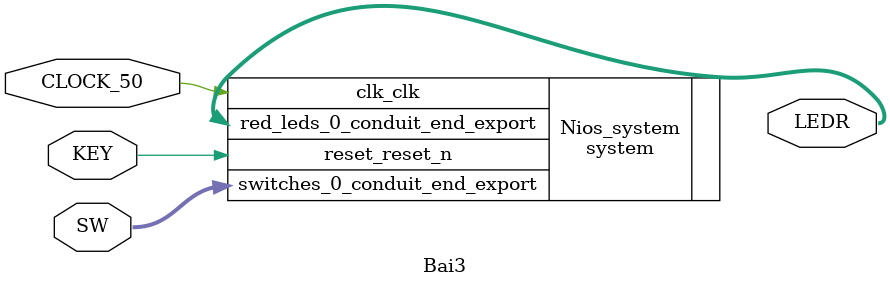
<source format=v>
module Bai3
(
	input	CLOCK_50,
	input [0:0] KEY,
	input [15:0] SW,
	output [15:0] LEDR
);
system Nios_system(
	.clk_clk 		(CLOCK_50),
	.reset_reset_n	(KEY[0]),
	.red_leds_0_conduit_end_export (LEDR),
	.switches_0_conduit_end_export (SW)
);
endmodule
</source>
